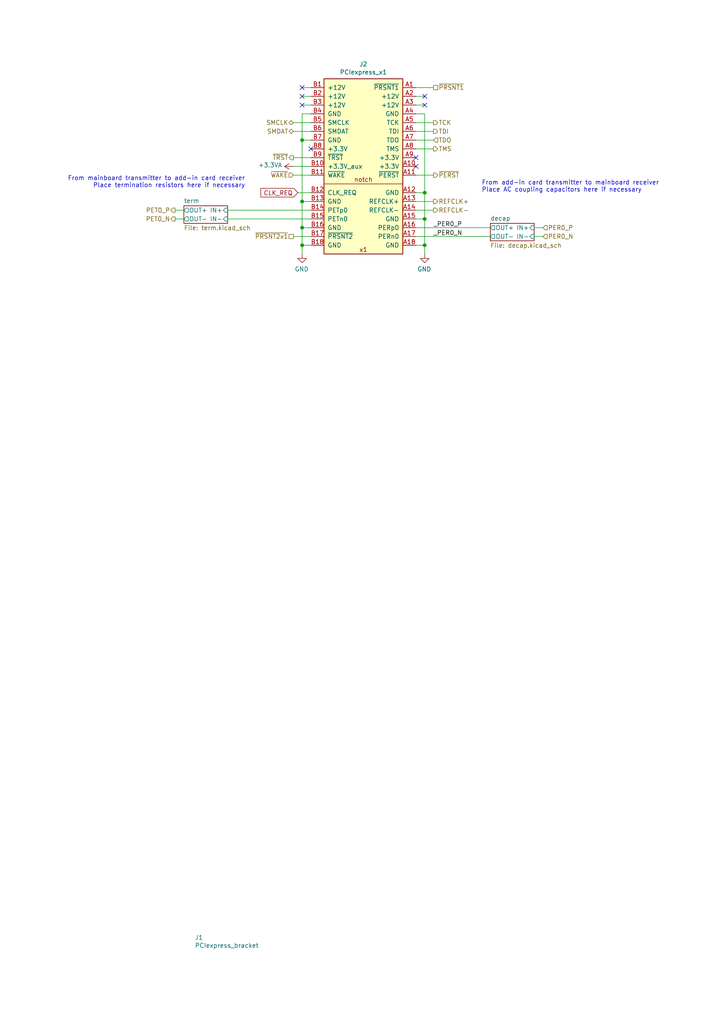
<source format=kicad_sch>
(kicad_sch (version 20250114) (generator "eeschema") (generator_version "9.0")
  (paper "A4" portrait)
  (title_block (title "PCIexpress_x1_low") (company "Author: Luca Anastasio"))
  (lib_symbols
    (symbol "PCIexpress:PCIexpress_bracket" (pin_names (offset 1.016))
      (property "Reference" "J" (at 0 0 0))
      (property "Value" "PCIexpress_bracket" (at 0 0 0))
    )
    (symbol "PCIexpress:PCIexpress_x1" (pin_names (offset 1.016))
      (property "Reference" "J2" (at 0 4.2418 0))
      (property "Value" "PCIexpress_x1" (at 0 1.9304 0))
      (symbol "PCIexpress_x1_0_0"
        (text "notch" (at 0 -29.21 0) (effects (font (size 1.27 1.27))))
        (text "x1" (at 0 -49.53 0) (effects (font (size 1.27 1.27))))
      )
      (symbol "PCIexpress_x1_0_1"
        (polyline (pts (xy 11.43 -30.48) (xy -11.43 -30.48)))
      )
      (symbol "PCIexpress_x1_1_1"
        (rectangle (start 11.43 0) (end -11.43 -50.8) (stroke (width 0.254)) (fill (type background)))
        (pin power_out line (at -15.24 -2.54 0) (length 3.81) (name "+12V") (number "B1"))
        (pin power_out line (at -15.24 -5.08 0) (length 3.81) (name "+12V") (number "B2"))
        (pin power_out line (at -15.24 -7.62 0) (length 3.81) (name "+12V") (number "B3"))
        (pin power_out line (at -15.24 -10.16 0) (length 3.81) (name "GND") (number "B4"))
        (pin open_collector line (at -15.24 -12.7 0) (length 3.81) (name "SMCLK") (number "B5"))
        (pin open_collector line (at -15.24 -15.24 0) (length 3.81) (name "SMDAT") (number "B6"))
        (pin power_out line (at -15.24 -17.78 0) (length 3.81) (name "GND") (number "B7"))
        (pin power_out line (at -15.24 -20.32 0) (length 3.81) (name "+3.3V") (number "B8"))
        (pin output line (at -15.24 -22.86 0) (length 3.81) (name "~{TRST}") (number "B9"))
        (pin power_out line (at -15.24 -25.4 0) (length 3.81) (name "+3.3V_aux") (number "B10"))
        (pin open_collector line (at -15.24 -27.94 0) (length 3.81) (name "~{WAKE}") (number "B11"))
        (pin input line (at -15.24 -33.02 0) (length 3.81) (name "CLK_REQ") (number "B12"))
        (pin power_out line (at -15.24 -35.56 0) (length 3.81) (name "GND") (number "B13"))
        (pin output line (at -15.24 -38.1 0) (length 3.81) (name "PETp0") (number "B14"))
        (pin output line (at -15.24 -40.64 0) (length 3.81) (name "PETn0") (number "B15"))
        (pin power_out line (at -15.24 -43.18 0) (length 3.81) (name "GND") (number "B16"))
        (pin passive line (at -15.24 -45.72 0) (length 3.81) (name "~{PRSNT2}") (number "B17"))
        (pin power_out line (at -15.24 -48.26 0) (length 3.81) (name "GND") (number "B18"))
        (pin passive line (at 15.24 -2.54 180) (length 3.81) (name "~{PRSNT1}") (number "A1"))
        (pin power_out line (at 15.24 -5.08 180) (length 3.81) (name "+12V") (number "A2"))
        (pin power_out line (at 15.24 -7.62 180) (length 3.81) (name "+12V") (number "A3"))
        (pin power_out line (at 15.24 -10.16 180) (length 3.81) (name "GND") (number "A4"))
        (pin output line (at 15.24 -12.7 180) (length 3.81) (name "TCK") (number "A5"))
        (pin output line (at 15.24 -15.24 180) (length 3.81) (name "TDI") (number "A6"))
        (pin input line (at 15.24 -17.78 180) (length 3.81) (name "TDO") (number "A7"))
        (pin output line (at 15.24 -20.32 180) (length 3.81) (name "TMS") (number "A8"))
        (pin power_out line (at 15.24 -22.86 180) (length 3.81) (name "+3.3V") (number "A9"))
        (pin power_out line (at 15.24 -25.4 180) (length 3.81) (name "+3.3V") (number "A10"))
        (pin output line (at 15.24 -27.94 180) (length 3.81) (name "~{PERST}") (number "A11"))
        (pin power_out line (at 15.24 -33.02 180) (length 3.81) (name "GND") (number "A12"))
        (pin output line (at 15.24 -35.56 180) (length 3.81) (name "REFCLK+") (number "A13"))
        (pin output line (at 15.24 -38.1 180) (length 3.81) (name "REFCLK-") (number "A14"))
        (pin power_out line (at 15.24 -40.64 180) (length 3.81) (name "GND") (number "A15"))
        (pin input line (at 15.24 -43.18 180) (length 3.81) (name "PERp0") (number "A16"))
        (pin input line (at 15.24 -45.72 180) (length 3.81) (name "PERn0") (number "A17"))
        (pin power_out line (at 15.24 -48.26 180) (length 3.81) (name "GND") (number "A18"))
      )
    )
    (symbol "power:+3.3VA" (power) (pin_names (offset 0))
      (property "Value" "+3.3VA" (at 0 3.556 0))
      (symbol "+3.3VA_0_1"
        (polyline (pts (xy -0.762 1.27) (xy 0 2.54)))
        (polyline (pts (xy 0 2.54) (xy 0.762 1.27)))
        (polyline (pts (xy 0 0) (xy 0 2.54)))
      )
      (symbol "+3.3VA_1_1"
        (pin power_in line (at 0 0 90) (length 0) (hide yes) (name "+3.3VA") (number "1"))
      )
    )
    (symbol "power:GND" (power) (pin_names (offset 0))
      (property "Value" "GND" (at 0 -3.81 0))
      (symbol "GND_0_1"
        (polyline (pts (xy 0 0) (xy 0 -1.27) (xy 1.27 -1.27) (xy 0 -2.54) (xy -1.27 -1.27) (xy 0 -1.27)))
      )
      (symbol "GND_1_1"
        (pin power_in line (at 0 0 270) (length 0) (hide yes) (name "GND") (number "1"))
      )
    )
  )
  (text "From mainboard transmitter to add-in card receiver\nPlace termination resistors here if necessary" (at 71.12 54.61 0) (effects (font (size 1.27 1.27)) (justify right bottom)))
  (text "From add-in card transmitter to mainboard receiver\nPlace AC coupling capacitors here if necessary" (at 139.7 55.88 0) (effects (font (size 1.27 1.27)) (justify left bottom)))
  (junction (at 87.63 40.64))
  (junction (at 87.63 66.04))
  (junction (at 123.19 55.88))
  (junction (at 123.19 71.12))
  (junction (at 123.19 63.5))
  (junction (at 87.63 58.42))
  (junction (at 87.63 71.12))
  (no_connect (at 87.63 25.4))
  (no_connect (at 123.19 30.48))
  (no_connect (at 87.63 30.48))
  (no_connect (at 120.65 48.26))
  (no_connect (at 123.19 27.94))
  (no_connect (at 120.65 45.72))
  (no_connect (at 87.63 27.94))
  (no_connect (at 90.17 43.18))
  (wire (pts (xy 87.63 27.94) (xy 90.17 27.94)))
  (wire (pts (xy 90.17 71.12) (xy 87.63 71.12)))
  (wire (pts (xy 120.65 55.88) (xy 123.19 55.88)))
  (wire (pts (xy 120.65 25.4) (xy 125.73 25.4)))
  (wire (pts (xy 85.09 35.56) (xy 90.17 35.56)))
  (wire (pts (xy 86.36 55.88) (xy 90.17 55.88)))
  (wire (pts (xy 90.17 66.04) (xy 87.63 66.04)))
  (wire (pts (xy 85.09 48.26) (xy 90.17 48.26)))
  (wire (pts (xy 50.8 63.5) (xy 53.34 63.5)))
  (wire (pts (xy 154.94 68.58) (xy 157.48 68.58)))
  (wire (pts (xy 87.63 71.12) (xy 87.63 66.04)))
  (wire (pts (xy 87.63 58.42) (xy 87.63 40.64)))
  (wire (pts (xy 123.19 33.02) (xy 120.65 33.02)))
  (wire (pts (xy 85.09 38.1) (xy 90.17 38.1)))
  (wire (pts (xy 90.17 30.48) (xy 87.63 30.48)))
  (wire (pts (xy 154.94 66.04) (xy 157.48 66.04)))
  (wire (pts (xy 123.19 55.88) (xy 123.19 63.5)))
  (wire (pts (xy 85.09 45.72) (xy 90.17 45.72)))
  (wire (pts (xy 90.17 58.42) (xy 87.63 58.42)))
  (wire (pts (xy 90.17 68.58) (xy 85.09 68.58)))
  (wire (pts (xy 120.65 58.42) (xy 125.73 58.42)))
  (wire (pts (xy 120.65 66.04) (xy 142.24 66.04)))
  (wire (pts (xy 123.19 63.5) (xy 123.19 71.12)))
  (wire (pts (xy 123.19 33.02) (xy 123.19 55.88)))
  (wire (pts (xy 120.65 71.12) (xy 123.19 71.12)))
  (wire (pts (xy 87.63 66.04) (xy 87.63 58.42)))
  (wire (pts (xy 87.63 33.02) (xy 90.17 33.02)))
  (wire (pts (xy 123.19 73.66) (xy 123.19 71.12)))
  (wire (pts (xy 120.65 35.56) (xy 125.73 35.56)))
  (wire (pts (xy 87.63 73.66) (xy 87.63 71.12)))
  (wire (pts (xy 120.65 30.48) (xy 123.19 30.48)))
  (wire (pts (xy 66.04 63.5) (xy 90.17 63.5)))
  (wire (pts (xy 66.04 60.96) (xy 90.17 60.96)))
  (wire (pts (xy 120.65 43.18) (xy 125.73 43.18)))
  (wire (pts (xy 90.17 25.4) (xy 87.63 25.4)))
  (wire (pts (xy 123.19 27.94) (xy 120.65 27.94)))
  (wire (pts (xy 87.63 40.64) (xy 87.63 33.02)))
  (wire (pts (xy 120.65 68.58) (xy 142.24 68.58)))
  (wire (pts (xy 50.8 60.96) (xy 53.34 60.96)))
  (wire (pts (xy 120.65 50.8) (xy 125.73 50.8)))
  (wire (pts (xy 85.09 50.8) (xy 90.17 50.8)))
  (wire (pts (xy 120.65 60.96) (xy 125.73 60.96)))
  (wire (pts (xy 120.65 40.64) (xy 125.73 40.64)))
  (wire (pts (xy 90.17 40.64) (xy 87.63 40.64)))
  (wire (pts (xy 120.65 63.5) (xy 123.19 63.5)))
  (wire (pts (xy 120.65 38.1) (xy 125.73 38.1)))
  (label "_PER0_P" (at 125.73 66.04 0))
  (label "_PER0_N" (at 125.73 68.58 0))
  (global_label "CLK_REQ" (shape input) (at 86.36 55.88 180) (property "Intersheetrefs" "${INTERSHEET_REFS}" (effects (hide yes))))
  (hierarchical_label "~{PRSNT2x1}" (shape passive) (at 85.09 68.58 180))
  (hierarchical_label "SMDAT" (shape bidirectional) (at 85.09 38.1 180))
  (hierarchical_label "PET0_N" (shape output) (at 50.8 63.5 180))
  (hierarchical_label "TCK" (shape output) (at 125.73 35.56 0))
  (hierarchical_label "~{WAKE}" (shape input) (at 85.09 50.8 180))
  (hierarchical_label "~{TRST}" (shape output) (at 85.09 45.72 180))
  (hierarchical_label "SMCLK" (shape bidirectional) (at 85.09 35.56 180))
  (hierarchical_label "TMS" (shape output) (at 125.73 43.18 0))
  (hierarchical_label "~{PERST}" (shape output) (at 125.73 50.8 0))
  (hierarchical_label "PET0_P" (shape output) (at 50.8 60.96 180))
  (hierarchical_label "TDO" (shape input) (at 125.73 40.64 0))
  (hierarchical_label "REFCLK-" (shape output) (at 125.73 60.96 0))
  (hierarchical_label "~{PRSNT1}" (shape passive) (at 125.73 25.4 0))
  (hierarchical_label "PER0_P" (shape input) (at 157.48 66.04 0))
  (hierarchical_label "TDI" (shape output) (at 125.73 38.1 0))
  (hierarchical_label "PER0_N" (shape input) (at 157.48 68.58 0))
  (hierarchical_label "REFCLK+" (shape output) (at 125.73 58.42 0))
  (symbol (lib_id "PCIexpress:PCIexpress_x1") (at 105.41 22.86 0) (unit 1)
    (property "Reference" "J2" (at 105.41 18.6182 0))
    (property "Value" "PCIexpress_x1" (at 105.41 20.9296 0))
    (property "Footprint" "PCIexpress:PCIexpress_x1" (effects (hide yes)))
  )
  (symbol (lib_id "PCIexpress:PCIexpress_bracket") (at 55.88 273.05 0) (unit 1)
    (property "Reference" "J1" (at 56.515 271.8816 0) (effects (justify left)))
    (property "Value" "PCIexpress_bracket" (at 56.515 274.193 0) (effects (justify left)))
    (property "Footprint" "PCIexpress:PCIexpress_bracket_low" (effects (hide yes)))
  )
  (symbol (lib_id "power:GND") (at 87.63 73.66 0) (mirror y) (unit 1)
    (property "Reference" "#PWR0101" (effects (hide yes)))
    (property "Value" "GND" (at 87.503 78.0542 0))
  )
  (symbol (lib_id "power:GND") (at 123.19 73.66 0) (mirror y) (unit 1)
    (property "Reference" "#PWR0102" (effects (hide yes)))
    (property "Value" "GND" (at 123.063 78.0542 0))
  )
  (symbol (lib_id "power:+3.3VA") (at 85.09 48.26 90) (unit 1)
    (property "Reference" "#PWR0106" (effects (hide yes)))
    (property "Value" "+3.3VA" (at 81.8642 47.879 90) (effects (justify left)))
  )
  (sheet (at 53.34 59.69) (size 12.7 5.08)
    (property "Sheetname" "term" (at 53.34 58.9784 0) (effects (justify left bottom)))
    (property "Sheetfile" "term.kicad_sch" (at 53.34 65.3546 0) (effects (justify left top)))
    (pin "IN+" input (at 66.04 60.96 0))
    (pin "IN-" input (at 66.04 63.5 0))
    (pin "OUT+" output (at 53.34 60.96 180))
    (pin "OUT-" output (at 53.34 63.5 180))
  )
  (sheet (at 142.24 64.77) (size 12.7 5.08)
    (property "Sheetname" "decap" (at 142.24 64.0584 0) (effects (justify left bottom)))
    (property "Sheetfile" "decap.kicad_sch" (at 142.24 70.4346 0) (effects (justify left top)))
    (pin "IN+" input (at 154.94 66.04 0))
    (pin "OUT+" output (at 142.24 66.04 180))
    (pin "OUT-" output (at 142.24 68.58 180))
    (pin "IN-" input (at 154.94 68.58 0))
  )
)
</source>
